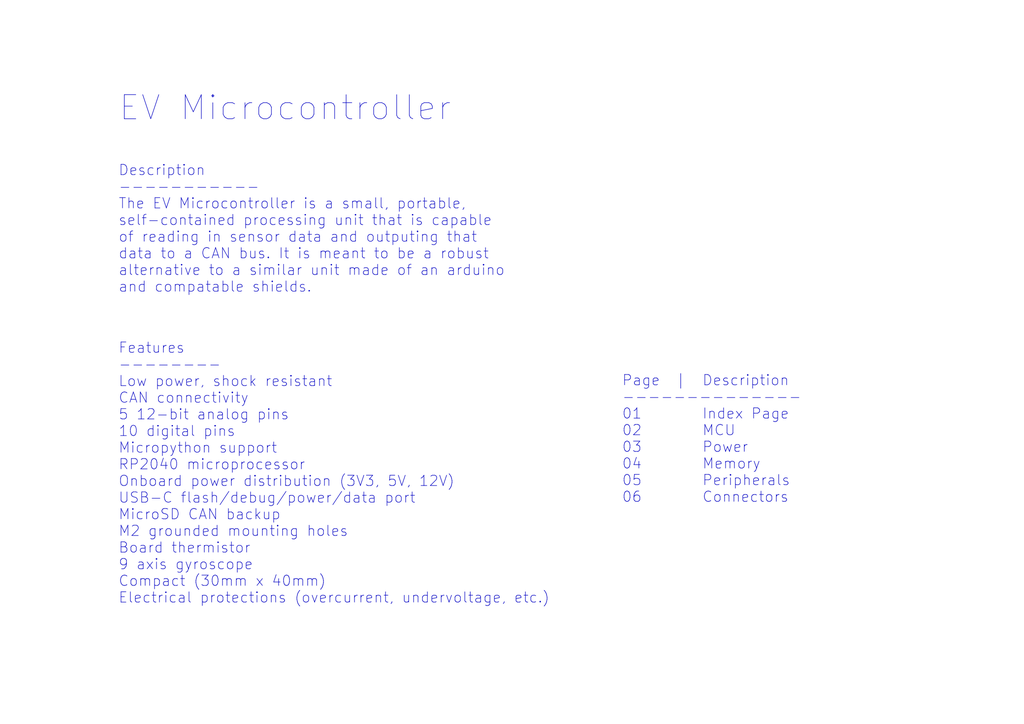
<source format=kicad_sch>
(kicad_sch (version 20211123) (generator eeschema)
  (paper "A4")
  (title_block (title "EV Microcontroller") (date "2022-05-13") (rev "0.1") (company "Christian Kuklis"))
  (lib_symbols)
  (text "Page  |	Description\n--------------\n01		Index Page\n02		MCU\n03		Power\n04		Memory\n05		Peripherals\n06		Connectors" (at 180.34 146.05 0) (effects (font (size 3 3)) (justify left bottom)))
  (text "Description\n-----------\nThe EV Microcontroller is a small, portable,\nself-contained processing unit that is capable\nof reading in sensor data and outputing that\ndata to a CAN bus. It is meant to be a robust\nalternative to a similar unit made of an arduino\nand compatable shields." (at 34.29 85.09 0) (effects (font (size 3 3)) (justify left bottom)))
  (text "EV Microcontroller" (at 34.29 35.56 0) (effects (font (size 7 7)) (justify left bottom)))
  (text "Features\n--------\nLow power, shock resistant\nCAN connectivity\n5 12-bit analog pins\n10 digital pins\nMicropython support\nRP2040 microprocessor\nOnboard power distribution (3V3, 5V, 12V)\nUSB-C flash/debug/power/data port\nMicroSD CAN backup\nM2 grounded mounting holes\nBoard thermistor\n9 axis gyroscope\nCompact (30mm x 40mm)\nElectrical protections (overcurrent, undervoltage, etc.)\n" (at 34.29 175.26 0) (effects (font (size 3 3)) (justify left bottom)))
  (sheet (at 306.07 59.69) (size 33.02 16.51) (stroke (width 0.1524))
    (property "Sheet name" "Power" (at 306.07 58.9784 0) (effects (justify left bottom)))
    (property "Sheet file" "power.kicad_sch" (at 306.07 76.7846 0) (effects (justify left top)))
  )
  (sheet (at 306.07 88.9) (size 33.02 16.51) (stroke (width 0.1524))
    (property "Sheet name" "Memory" (at 306.07 88.1884 0) (effects (justify left bottom)))
    (property "Sheet file" "memory.kicad_sch" (at 306.07 105.9946 0) (effects (justify left top)))
  )
  (sheet (at 306.07 149.86) (size 33.02 16.51) (stroke (width 0.1524))
    (property "Sheet name" "Connectors" (at 306.07 149.1484 0) (effects (justify left bottom)))
    (property "Sheet file" "conenctors.kicad_sch" (at 306.07 166.9546 0) (effects (justify left top)))
  )
  (sheet (at 306.07 119.38) (size 33.02 16.51) (stroke (width 0.1524))
    (property "Sheet name" "Peripherals" (at 306.07 118.6684 0) (effects (justify left bottom)))
    (property "Sheet file" "peripherals.kicad_sch" (at 306.07 136.4746 0) (effects (justify left top)))
  )
  (sheet (at 306.07 31.75) (size 33.02 16.51) (stroke (width 0.1524))
    (property "Sheet name" "MCU" (at 306.07 31.0384 0) (effects (justify left bottom)))
    (property "Sheet file" "mcu.kicad_sch" (at 306.07 48.8446 0) (effects (justify left top)))
  )
)
</source>
